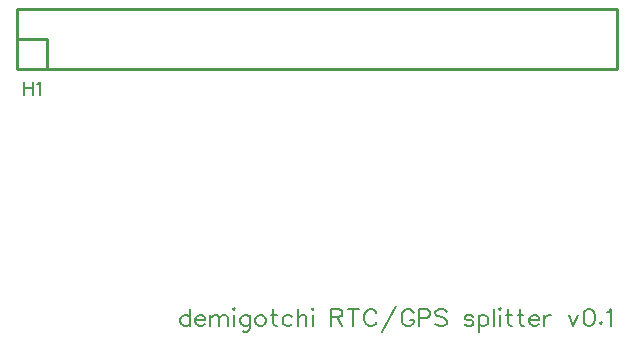
<source format=gto>
G04 Layer: TopSilkLayer*
G04 EasyEDA v6.2.46, 2019-12-29T14:25:18--8:00*
G04 8457726505304d7abae8730bc193fdbb,5a6822b0cf454a9ca4b08597ed48e8ef,10*
G04 Gerber Generator version 0.2*
G04 Scale: 100 percent, Rotated: No, Reflected: No *
G04 Dimensions in millimeters *
G04 leading zeros omitted , absolute positions ,3 integer and 3 decimal *
%FSLAX33Y33*%
%MOMM*%
G90*
G71D02*

%ADD10C,0.254000*%
%ADD16C,0.203200*%
%ADD17C,0.152400*%

%LPD*%
G54D10*
G01X7100Y23959D02*
G01X7100Y29039D01*
G01X57900Y29039D01*
G01X57900Y23959D01*
G01X7100Y23959D01*
G01X7100Y26499D02*
G01X9640Y26499D01*
G01X9640Y23959D01*
G54D16*
G01X21772Y3665D02*
G01X21772Y2232D01*
G01X21772Y2984D02*
G01X21635Y3119D01*
G01X21501Y3187D01*
G01X21295Y3187D01*
G01X21160Y3119D01*
G01X21023Y2984D01*
G01X20955Y2778D01*
G01X20955Y2641D01*
G01X21023Y2438D01*
G01X21160Y2301D01*
G01X21295Y2232D01*
G01X21501Y2232D01*
G01X21635Y2301D01*
G01X21772Y2438D01*
G01X22222Y2778D02*
G01X23040Y2778D01*
G01X23040Y2915D01*
G01X22974Y3050D01*
G01X22905Y3119D01*
G01X22768Y3187D01*
G01X22565Y3187D01*
G01X22428Y3119D01*
G01X22291Y2984D01*
G01X22222Y2778D01*
G01X22222Y2641D01*
G01X22291Y2438D01*
G01X22428Y2301D01*
G01X22565Y2232D01*
G01X22768Y2232D01*
G01X22905Y2301D01*
G01X23040Y2438D01*
G01X23492Y3187D02*
G01X23492Y2232D01*
G01X23492Y2915D02*
G01X23695Y3119D01*
G01X23832Y3187D01*
G01X24036Y3187D01*
G01X24173Y3119D01*
G01X24241Y2915D01*
G01X24241Y2232D01*
G01X24241Y2915D02*
G01X24445Y3119D01*
G01X24582Y3187D01*
G01X24787Y3187D01*
G01X24922Y3119D01*
G01X24991Y2915D01*
G01X24991Y2232D01*
G01X25440Y3665D02*
G01X25509Y3596D01*
G01X25577Y3665D01*
G01X25509Y3733D01*
G01X25440Y3665D01*
G01X25509Y3187D02*
G01X25509Y2232D01*
G01X26845Y3187D02*
G01X26845Y2098D01*
G01X26776Y1892D01*
G01X26710Y1823D01*
G01X26573Y1755D01*
G01X26367Y1755D01*
G01X26233Y1823D01*
G01X26845Y2984D02*
G01X26710Y3119D01*
G01X26573Y3187D01*
G01X26367Y3187D01*
G01X26233Y3119D01*
G01X26096Y2984D01*
G01X26027Y2778D01*
G01X26027Y2641D01*
G01X26096Y2438D01*
G01X26233Y2301D01*
G01X26367Y2232D01*
G01X26573Y2232D01*
G01X26710Y2301D01*
G01X26845Y2438D01*
G01X27637Y3187D02*
G01X27500Y3119D01*
G01X27363Y2984D01*
G01X27294Y2778D01*
G01X27294Y2641D01*
G01X27363Y2438D01*
G01X27500Y2301D01*
G01X27637Y2232D01*
G01X27840Y2232D01*
G01X27978Y2301D01*
G01X28115Y2438D01*
G01X28181Y2641D01*
G01X28181Y2778D01*
G01X28115Y2984D01*
G01X27978Y3119D01*
G01X27840Y3187D01*
G01X27637Y3187D01*
G01X28836Y3665D02*
G01X28836Y2506D01*
G01X28905Y2301D01*
G01X29042Y2232D01*
G01X29177Y2232D01*
G01X28633Y3187D02*
G01X29108Y3187D01*
G01X30447Y2984D02*
G01X30309Y3119D01*
G01X30172Y3187D01*
G01X29969Y3187D01*
G01X29832Y3119D01*
G01X29695Y2984D01*
G01X29626Y2778D01*
G01X29626Y2641D01*
G01X29695Y2438D01*
G01X29832Y2301D01*
G01X29969Y2232D01*
G01X30172Y2232D01*
G01X30309Y2301D01*
G01X30447Y2438D01*
G01X30896Y3665D02*
G01X30896Y2232D01*
G01X30896Y2915D02*
G01X31099Y3119D01*
G01X31236Y3187D01*
G01X31440Y3187D01*
G01X31577Y3119D01*
G01X31645Y2915D01*
G01X31645Y2232D01*
G01X32095Y3665D02*
G01X32164Y3596D01*
G01X32232Y3665D01*
G01X32164Y3733D01*
G01X32095Y3665D01*
G01X32164Y3187D02*
G01X32164Y2232D01*
G01X33731Y3665D02*
G01X33731Y2232D01*
G01X33731Y3665D02*
G01X34345Y3665D01*
G01X34551Y3596D01*
G01X34617Y3528D01*
G01X34686Y3393D01*
G01X34686Y3256D01*
G01X34617Y3119D01*
G01X34551Y3050D01*
G01X34345Y2984D01*
G01X33731Y2984D01*
G01X34208Y2984D02*
G01X34686Y2232D01*
G01X35613Y3665D02*
G01X35613Y2232D01*
G01X35135Y3665D02*
G01X36090Y3665D01*
G01X37564Y3324D02*
G01X37495Y3462D01*
G01X37358Y3596D01*
G01X37223Y3665D01*
G01X36949Y3665D01*
G01X36814Y3596D01*
G01X36677Y3462D01*
G01X36609Y3324D01*
G01X36540Y3119D01*
G01X36540Y2778D01*
G01X36609Y2575D01*
G01X36677Y2438D01*
G01X36814Y2301D01*
G01X36949Y2232D01*
G01X37223Y2232D01*
G01X37358Y2301D01*
G01X37495Y2438D01*
G01X37564Y2575D01*
G01X39240Y3937D02*
G01X38013Y1755D01*
G01X40713Y3324D02*
G01X40645Y3462D01*
G01X40510Y3596D01*
G01X40373Y3665D01*
G01X40101Y3665D01*
G01X39964Y3596D01*
G01X39827Y3462D01*
G01X39758Y3324D01*
G01X39692Y3119D01*
G01X39692Y2778D01*
G01X39758Y2575D01*
G01X39827Y2438D01*
G01X39964Y2301D01*
G01X40101Y2232D01*
G01X40373Y2232D01*
G01X40510Y2301D01*
G01X40645Y2438D01*
G01X40713Y2575D01*
G01X40713Y2778D01*
G01X40373Y2778D02*
G01X40713Y2778D01*
G01X41163Y3665D02*
G01X41163Y2232D01*
G01X41163Y3665D02*
G01X41777Y3665D01*
G01X41981Y3596D01*
G01X42049Y3528D01*
G01X42118Y3393D01*
G01X42118Y3187D01*
G01X42049Y3050D01*
G01X41981Y2984D01*
G01X41777Y2915D01*
G01X41163Y2915D01*
G01X43522Y3462D02*
G01X43385Y3596D01*
G01X43182Y3665D01*
G01X42910Y3665D01*
G01X42705Y3596D01*
G01X42567Y3462D01*
G01X42567Y3324D01*
G01X42636Y3187D01*
G01X42705Y3119D01*
G01X42842Y3050D01*
G01X43251Y2915D01*
G01X43385Y2847D01*
G01X43454Y2778D01*
G01X43522Y2641D01*
G01X43522Y2438D01*
G01X43385Y2301D01*
G01X43182Y2232D01*
G01X42910Y2232D01*
G01X42705Y2301D01*
G01X42567Y2438D01*
G01X45773Y2984D02*
G01X45704Y3119D01*
G01X45501Y3187D01*
G01X45295Y3187D01*
G01X45092Y3119D01*
G01X45024Y2984D01*
G01X45092Y2847D01*
G01X45227Y2778D01*
G01X45567Y2710D01*
G01X45704Y2641D01*
G01X45773Y2506D01*
G01X45773Y2438D01*
G01X45704Y2301D01*
G01X45501Y2232D01*
G01X45295Y2232D01*
G01X45092Y2301D01*
G01X45024Y2438D01*
G01X46222Y3187D02*
G01X46222Y1755D01*
G01X46222Y2984D02*
G01X46360Y3119D01*
G01X46494Y3187D01*
G01X46700Y3187D01*
G01X46837Y3119D01*
G01X46972Y2984D01*
G01X47040Y2778D01*
G01X47040Y2641D01*
G01X46972Y2438D01*
G01X46837Y2301D01*
G01X46700Y2232D01*
G01X46494Y2232D01*
G01X46360Y2301D01*
G01X46222Y2438D01*
G01X47490Y3665D02*
G01X47490Y2232D01*
G01X47942Y3665D02*
G01X48008Y3596D01*
G01X48077Y3665D01*
G01X48008Y3733D01*
G01X47942Y3665D01*
G01X48008Y3187D02*
G01X48008Y2232D01*
G01X48732Y3665D02*
G01X48732Y2506D01*
G01X48801Y2301D01*
G01X48935Y2232D01*
G01X49072Y2232D01*
G01X48526Y3187D02*
G01X49004Y3187D01*
G01X49728Y3665D02*
G01X49728Y2506D01*
G01X49796Y2301D01*
G01X49931Y2232D01*
G01X50068Y2232D01*
G01X49522Y3187D02*
G01X49999Y3187D01*
G01X50518Y2778D02*
G01X51335Y2778D01*
G01X51335Y2915D01*
G01X51269Y3050D01*
G01X51201Y3119D01*
G01X51064Y3187D01*
G01X50858Y3187D01*
G01X50723Y3119D01*
G01X50586Y2984D01*
G01X50518Y2778D01*
G01X50518Y2641D01*
G01X50586Y2438D01*
G01X50723Y2301D01*
G01X50858Y2232D01*
G01X51064Y2232D01*
G01X51201Y2301D01*
G01X51335Y2438D01*
G01X51788Y3187D02*
G01X51788Y2232D01*
G01X51788Y2778D02*
G01X51854Y2984D01*
G01X51991Y3119D01*
G01X52128Y3187D01*
G01X52331Y3187D01*
G01X53832Y3187D02*
G01X54241Y2232D01*
G01X54650Y3187D02*
G01X54241Y2232D01*
G01X55509Y3665D02*
G01X55306Y3596D01*
G01X55168Y3393D01*
G01X55100Y3050D01*
G01X55100Y2847D01*
G01X55168Y2506D01*
G01X55306Y2301D01*
G01X55509Y2232D01*
G01X55646Y2232D01*
G01X55849Y2301D01*
G01X55986Y2506D01*
G01X56055Y2847D01*
G01X56055Y3050D01*
G01X55986Y3393D01*
G01X55849Y3596D01*
G01X55646Y3665D01*
G01X55509Y3665D01*
G01X56573Y2575D02*
G01X56504Y2506D01*
G01X56573Y2438D01*
G01X56642Y2506D01*
G01X56573Y2575D01*
G01X57091Y3393D02*
G01X57228Y3462D01*
G01X57431Y3665D01*
G01X57431Y2232D01*
G54D17*
G01X7755Y22887D02*
G01X7755Y21798D01*
G01X8481Y22887D02*
G01X8481Y21798D01*
G01X7755Y22369D02*
G01X8481Y22369D01*
G01X8824Y22682D02*
G01X8928Y22733D01*
G01X9086Y22887D01*
G01X9086Y21798D01*
M00*
M02*

</source>
